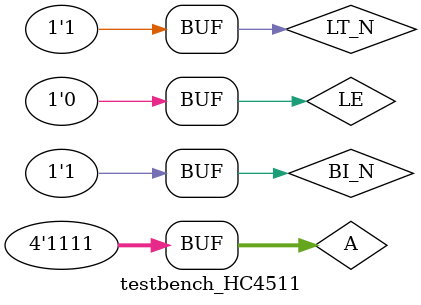
<source format=v>
`timescale 1ns/1ns
module testbench_HC4511;
	reg LT_N, BI_N, LE;		
	reg [3:0] A;		
	
	wire [7:0] Seg;
	
//	reg [7:0] SM_8S;
//	assign Seg = SM_8S;
	
	HC_4511 test_HC_4511(A, Seg, LT_N, BI_N, LE);

	initial
		begin
			LT_N = 0;
			#20 LT_N = 1; BI_N = 0;
			#20 BI_N = 1; LE = 0; A = 4'b0000;
			#20 A = 4'b0001;
			#20 A = 4'b0010;
			#20 A = 4'b0011;
			#20 A = 4'b0100;
			#20 A = 4'b0101;
			#20 A = 4'b0110;
			#20 A = 4'b0111;
			#20 A = 4'b1000;
			#20 A = 4'b1001;
			#20 A = 4'b1010;
			#20 A = 4'b1011;
			#20 A = 4'b1100;
			#20 A = 4'b1101;
			#20 A = 4'b1110;
			#20 A = 4'b1111;
			
		end
		
endmodule
</source>
